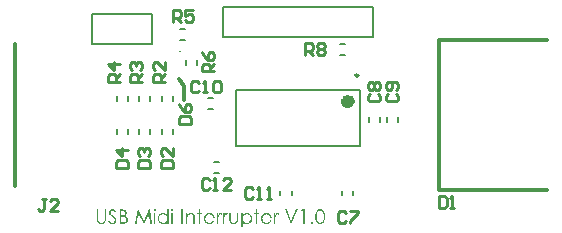
<source format=gto>
%FSTAX23Y23*%
%MOIN*%
%SFA1B1*%

%IPPOS*%
%ADD10C,0.003940*%
%ADD11C,0.023620*%
%ADD12C,0.009840*%
%ADD13C,0.011810*%
%ADD14C,0.007870*%
%ADD15C,0.010000*%
%LNmidi_stick-1*%
%LPD*%
G36*
X03352Y02622D02*
X03352Y02622D01*
X03353Y02622*
X03353Y02621*
X03354Y02621*
X03354Y02621*
X03354Y02621*
X03354Y0262*
X03355Y0262*
X03355Y0262*
X03355Y0262*
X03355Y02619*
X03355Y02619*
X03355Y02618*
Y02618*
Y02618*
X03355Y02617*
X03355Y02617*
X03355Y02617*
X03355Y02616*
X03355Y02616*
X03354Y02615*
X03354Y02615*
X03354Y02615*
X03354Y02615*
X03353Y02615*
X03353Y02615*
X03353Y02615*
X03352Y02614*
X03352Y02614*
X03351*
X03351Y02614*
X03351Y02615*
X0335Y02615*
X0335Y02615*
X03349Y02615*
X03349Y02615*
X03349Y02616*
X03349Y02616*
X03349Y02616*
X03348Y02616*
X03348Y02617*
X03348Y02617*
X03348Y02617*
X03348Y02618*
Y02618*
Y02618*
X03348Y02619*
X03348Y02619*
X03348Y02619*
X03348Y0262*
X03349Y0262*
X03349Y02621*
X03349Y02621*
X03349Y02621*
X03349Y02621*
X0335Y02621*
X0335Y02621*
X03351Y02622*
X03351Y02622*
X03352Y02622*
X03352*
X03352Y02622*
G37*
G36*
X03294D02*
X03294Y02622D01*
X03294Y02622*
X03295Y02621*
X03295Y02621*
X03296Y02621*
X03296Y02621*
X03296Y0262*
X03296Y0262*
X03296Y0262*
X03297Y0262*
X03297Y02619*
X03297Y02619*
X03297Y02618*
Y02618*
Y02618*
X03297Y02617*
X03297Y02617*
X03297Y02617*
X03296Y02616*
X03296Y02616*
X03296Y02615*
X03296Y02615*
X03296Y02615*
X03295Y02615*
X03295Y02615*
X03295Y02615*
X03294Y02615*
X03294Y02614*
X03293Y02614*
X03293*
X03293Y02614*
X03292Y02615*
X03292Y02615*
X03291Y02615*
X03291Y02615*
X0329Y02615*
X0329Y02616*
X0329Y02616*
X0329Y02616*
X0329Y02616*
X0329Y02617*
X0329Y02617*
X03289Y02617*
X03289Y02618*
Y02618*
Y02618*
X03289Y02619*
X0329Y02619*
X0329Y02619*
X0329Y0262*
X0329Y0262*
X0329Y02621*
X03291Y02621*
X03291Y02621*
X03291Y02621*
X03291Y02621*
X03292Y02621*
X03292Y02622*
X03293Y02622*
X03293Y02622*
X03293*
X03294Y02622*
G37*
G36*
X03153Y02621D02*
X03153Y02621D01*
X03154Y02621*
X03155Y0262*
X03156Y0262*
X03157Y0262*
X03158Y02619*
X03158*
X03158Y02619*
X03159Y02619*
X03159Y02619*
X03159Y02618*
X0316Y02618*
X03161Y02617*
X03161Y02617*
X03162Y02617*
X03162Y02616*
X03163Y02615*
X03163Y02615*
X03164Y02614*
X03165Y02613*
X03161Y0261*
X03161Y0261*
X03161Y0261*
X0316Y02611*
X0316Y02611*
X0316Y02611*
X03159Y02612*
X03158Y02613*
X03158Y02614*
X03157Y02614*
X03157Y02615*
X03156Y02615*
X03156Y02615*
X03156Y02615*
X03155Y02615*
X03155Y02615*
X03154Y02616*
X03154Y02616*
X03153Y02616*
X03152Y02616*
X03152*
X03151Y02616*
X0315Y02616*
X0315Y02616*
X03149Y02615*
X03148Y02615*
X03147Y02614*
X03147Y02614*
X03147Y02614*
X03147Y02614*
X03147Y02613*
X03146Y02612*
X03146Y02612*
X03146Y02611*
X03146Y0261*
Y0261*
Y0261*
X03146Y02609*
Y02609*
X03146Y02609*
X03146Y02608*
X03146Y02607*
X03146Y02607*
X03146Y02607*
X03146Y02607*
X03146Y02606*
X03147Y02606*
X03147Y02606*
X03147Y02605*
X03148Y02604*
X03149Y02604*
X03149Y02604*
X03149Y02604*
X03149Y02603*
X03149Y02603*
X0315Y02603*
X0315Y02603*
X0315Y02602*
X03151Y02602*
X03151Y02601*
X03152Y02601*
X03153Y026*
X03154Y026*
X03155Y02599*
X03155Y02599*
X03155Y02599*
X03155Y02599*
X03156Y02598*
X03156Y02598*
X03157Y02597*
X03157Y02597*
X03158Y02596*
X03159Y02595*
X03161Y02594*
X03161Y02593*
X03162Y02592*
X03163Y02592*
X03163Y02591*
X03163Y02591*
X03163Y02591*
X03163Y02591*
X03163Y0259*
X03164Y0259*
X03164Y0259*
X03164Y02589*
X03165Y02588*
X03165Y02586*
X03165Y02585*
X03165Y02584*
Y02584*
Y02584*
Y02583*
X03165Y02583*
X03165Y02583*
X03165Y02582*
X03165Y02581*
X03165Y02581*
X03165Y0258*
X03164Y02579*
X03164Y02579*
X03164Y02578*
X03163Y02577*
X03163Y02576*
X03162Y02576*
X03161Y02575*
X03161Y02575*
X03161Y02575*
X03161Y02575*
X03161Y02574*
X0316Y02574*
X0316Y02574*
X03159Y02573*
X03159Y02573*
X03158Y02573*
X03157Y02572*
X03157Y02572*
X03156Y02572*
X03155Y02571*
X03154Y02571*
X03153Y02571*
X03152Y02571*
X03151*
X03151Y02571*
X03151*
X0315Y02571*
X0315Y02571*
X03149Y02571*
X03148Y02572*
X03147Y02572*
X03145Y02573*
X03144Y02573*
X03144Y02573*
X03144Y02574*
X03144Y02574*
X03144Y02574*
X03143Y02574*
X03143Y02574*
X03142Y02575*
X03142Y02575*
X03141Y02576*
X03141Y02576*
X0314Y02577*
X0314Y02578*
X03139Y02578*
X03139Y02579*
X03138Y0258*
X03138Y02581*
X03142Y02584*
X03142Y02583*
X03142Y02583*
X03142Y02583*
X03142Y02582*
X03143Y02582*
X03143Y02581*
X03144Y0258*
X03144Y0258*
X03145Y02579*
X03146Y02578*
X03147Y02578*
X03148Y02577*
X03149Y02576*
X03149Y02576*
X0315Y02576*
X03151Y02576*
X03152*
X03152Y02576*
X03153Y02576*
X03154Y02576*
X03154Y02576*
X03155Y02576*
X03156Y02577*
X03156Y02577*
X03156Y02577*
X03157Y02577*
X03157Y02578*
X03158Y02578*
X03158Y02579*
X03159Y02579*
X03159Y0258*
X03159Y0258*
X03159Y0258*
X0316Y0258*
X0316Y02581*
X0316Y02582*
X0316Y02582*
X0316Y02583*
X0316Y02584*
Y02584*
Y02584*
Y02584*
X0316Y02585*
X0316Y02585*
X0316Y02586*
X0316Y02587*
X03159Y02588*
X03159Y02588*
Y02588*
X03159Y02589*
X03158Y02589*
X03158Y02589*
X03158Y02589*
X03158Y0259*
X03157Y0259*
X03157Y02591*
X03156Y02591*
X03156Y02592*
X03155Y02592*
X03154Y02593*
X03153Y02594*
X03153Y02594*
X03152Y02595*
X03151Y02596*
X0315Y02596*
X0315Y02596*
X0315Y02596*
X0315Y02597*
X03149Y02597*
X03149Y02598*
X03147Y02599*
X03146Y026*
X03145Y02601*
X03144Y02601*
X03144Y02602*
X03143Y02602*
X03143Y02603*
Y02603*
X03143Y02603*
X03143Y02603*
X03143Y02603*
X03143Y02603*
X03142Y02604*
X03142Y02605*
X03141Y02606*
X03141Y02607*
X03141Y02608*
X03141Y02609*
X03141Y0261*
Y0261*
Y0261*
Y0261*
Y0261*
X03141Y02611*
X03141Y02612*
X03141Y02613*
X03141Y02613*
X03142Y02614*
X03142Y02615*
Y02615*
X03142Y02616*
X03142Y02616*
X03143Y02616*
X03143Y02617*
X03144Y02618*
X03144Y02618*
X03145Y02619*
X03146Y02619*
X03146*
X03146Y0262*
X03147Y0262*
X03147Y0262*
X03147Y0262*
X03148Y0262*
X03149Y0262*
X0315Y02621*
X03151Y02621*
X03152Y02621*
X03153*
X03153Y02621*
G37*
G36*
X03705Y02608D02*
X03705Y02608D01*
X03706Y02608*
X03707Y02608*
X03707Y02607*
X03708Y02607*
X03706Y02603*
X03706Y02603*
X03706Y02603*
X03705Y02603*
X03705Y02604*
X03704Y02604*
X03704Y02604*
X03703*
X03703Y02604*
X03702Y02604*
X03701Y02603*
X03701Y02603*
X037Y02603*
X03699Y02602*
X03699Y02602*
X03699Y02602*
X03698Y02601*
X03698Y02601*
X03697Y026*
X03697Y02599*
X03696Y02598*
X03696Y02596*
Y02596*
X03696Y02596*
Y02596*
X03696Y02596*
X03696Y02595*
X03696Y02595*
X03696Y02594*
X03695Y02594*
X03695Y02593*
X03695Y02592*
X03695Y02591*
X03695Y0259*
X03695Y02589*
Y02587*
X03695Y02586*
Y02584*
Y02572*
X0369*
Y02607*
X03695*
Y02602*
X03695Y02602*
X03695Y02603*
X03695Y02603*
X03696Y02603*
X03696Y02604*
X03697Y02605*
X03698Y02605*
X03699Y02606*
X03699Y02607*
X03699Y02607*
X037Y02607*
X037Y02607*
X03701Y02607*
X03702Y02608*
X03702Y02608*
X03703Y02608*
X03704Y02608*
X03704*
X03705Y02608*
G37*
G36*
X03535D02*
X03535Y02608D01*
X03536Y02608*
X03536Y02608*
X03537Y02607*
X03538Y02607*
X03535Y02603*
X03535Y02603*
X03535Y02603*
X03535Y02603*
X03535Y02604*
X03534Y02604*
X03533Y02604*
X03533*
X03532Y02604*
X03532Y02604*
X03531Y02603*
X0353Y02603*
X03529Y02603*
X03529Y02602*
X03529Y02602*
X03528Y02602*
X03528Y02601*
X03528Y02601*
X03527Y026*
X03526Y02599*
X03526Y02598*
X03525Y02596*
Y02596*
X03525Y02596*
Y02596*
X03525Y02596*
X03525Y02595*
X03525Y02595*
X03525Y02594*
X03525Y02594*
X03525Y02593*
X03525Y02592*
X03525Y02591*
X03525Y0259*
X03525Y02589*
Y02587*
X03525Y02586*
Y02584*
Y02572*
X0352*
Y02607*
X03525*
Y02602*
X03525Y02602*
X03525Y02603*
X03525Y02603*
X03525Y02603*
X03526Y02604*
X03527Y02605*
X03527Y02605*
X03528Y02606*
X03529Y02607*
X03529Y02607*
X03529Y02607*
X0353Y02607*
X0353Y02607*
X03531Y02608*
X03532Y02608*
X03533Y02608*
X03534Y02608*
X03534*
X03535Y02608*
G37*
G36*
X03515D02*
X03515Y02608D01*
X03516Y02608*
X03516Y02608*
X03517Y02607*
X03518Y02607*
X03516Y02603*
X03516Y02603*
X03515Y02603*
X03515Y02603*
X03515Y02604*
X03514Y02604*
X03514Y02604*
X03513*
X03512Y02604*
X03512Y02604*
X03511Y02603*
X0351Y02603*
X0351Y02603*
X03509Y02602*
X03509Y02602*
X03508Y02602*
X03508Y02601*
X03508Y02601*
X03507Y026*
X03507Y02599*
X03506Y02598*
X03506Y02596*
Y02596*
X03506Y02596*
Y02596*
X03506Y02596*
X03505Y02595*
X03505Y02595*
X03505Y02594*
X03505Y02594*
X03505Y02593*
X03505Y02592*
X03505Y02591*
X03505Y0259*
X03505Y02589*
Y02587*
X03505Y02586*
Y02584*
Y02572*
X035*
Y02607*
X03505*
Y02602*
X03505Y02602*
X03505Y02603*
X03505Y02603*
X03506Y02603*
X03506Y02604*
X03507Y02605*
X03507Y02605*
X03508Y02606*
X03509Y02607*
X03509Y02607*
X03509Y02607*
X0351Y02607*
X03511Y02607*
X03511Y02608*
X03512Y02608*
X03513Y02608*
X03514Y02608*
X03514*
X03515Y02608*
G37*
G36*
X03415D02*
X03415D01*
X03415Y02608*
X03416Y02608*
X03417Y02608*
X03419Y02607*
X0342Y02607*
X03421Y02606*
X03421*
X03421Y02606*
X03421Y02606*
X03421Y02606*
X03422Y02605*
X03423Y02605*
X03423Y02604*
X03424Y02603*
X03425Y02602*
X03425Y02601*
Y02601*
X03426Y02601*
X03426Y02601*
X03426Y026*
X03426Y026*
X03426Y02599*
X03426Y02599*
X03426Y02598*
X03426Y02598*
X03426Y02597*
X03427Y02596*
X03427Y02595*
X03427Y02594*
X03427Y02593*
X03427Y02592*
Y0259*
Y02572*
X03422*
Y02589*
Y02589*
Y02589*
Y0259*
Y0259*
Y02591*
Y02591*
X03422Y02592*
X03422Y02594*
X03422Y02595*
X03422Y02596*
X03422Y02596*
X03422Y02597*
X03422Y02597*
Y02597*
X03422Y02597*
X03422Y02597*
X03422Y02598*
X03422Y02598*
X03421Y02599*
X03421Y026*
X0342Y02601*
X0342Y02602*
X03419Y02602*
X03419Y02602*
X03419Y02603*
X03418Y02603*
X03417Y02603*
X03417Y02604*
X03416Y02604*
X03414Y02604*
X03413Y02604*
X03413*
X03412Y02604*
X03412*
X03412Y02604*
X03411Y02604*
X0341Y02603*
X03408Y02603*
X03408Y02603*
X03407Y02602*
X03406Y02602*
X03406Y02601*
X03406Y02601*
X03406Y02601*
X03405Y02601*
X03405Y02601*
X03405Y02601*
X03405Y026*
X03404Y026*
X03403Y02599*
X03403Y02597*
X03402Y02596*
X03401Y02595*
Y02595*
Y02595*
X03401Y02594*
X03401Y02594*
X03401Y02594*
Y02593*
X03401Y02593*
X03401Y02593*
X03401Y02592*
X03401Y02591*
X03401Y0259*
X03401Y0259*
X03401Y02589*
Y02588*
X03401Y02586*
Y02585*
Y02572*
X03396*
Y02607*
X03401*
Y02601*
X03401Y02601*
X03401Y02601*
X03401Y02601*
X03401Y02602*
X03402Y02602*
X03403Y02603*
X03404Y02604*
X03405Y02605*
X03406Y02606*
X03407Y02606*
X03407*
X03407Y02607*
X03407Y02607*
X03407Y02607*
X03408Y02607*
X03408Y02607*
X03409Y02607*
X0341Y02608*
X03411Y02608*
X03413Y02608*
X03414Y02608*
X03414*
X03415Y02608*
G37*
G36*
X03601D02*
X03601Y02608D01*
X03602Y02608*
X03603Y02608*
X03604Y02608*
X03605Y02608*
X03606Y02607*
X03607Y02607*
X03608Y02607*
X03609Y02606*
X0361Y02605*
X03611Y02605*
X03612Y02604*
X03613Y02603*
X03613Y02603*
X03613Y02603*
X03614Y02602*
X03614Y02602*
X03614Y02601*
X03615Y02601*
X03615Y026*
X03616Y02599*
X03616Y02598*
X03617Y02597*
X03617Y02596*
X03618Y02595*
X03618Y02594*
X03618Y02593*
X03618Y02591*
X03618Y0259*
Y0259*
Y0259*
X03618Y02589*
Y02589*
X03618Y02588*
X03618Y02587*
X03618Y02586*
X03618Y02585*
X03617Y02584*
X03617Y02583*
X03617Y02582*
X03616Y02581*
X03616Y0258*
X03615Y02579*
X03614Y02578*
X03613Y02577*
X03613Y02577*
X03613Y02577*
X03613Y02576*
X03612Y02576*
X03612Y02576*
X03611Y02575*
X0361Y02575*
X0361Y02574*
X03609Y02574*
X03608Y02573*
X03607Y02573*
X03606Y02572*
X03604Y02572*
X03603Y02572*
X03602Y02572*
X036Y02571*
X036*
X036Y02572*
X03599*
X03599Y02572*
X03598Y02572*
X03598Y02572*
X03597Y02572*
X03595Y02572*
X03594Y02573*
X03593Y02573*
X03593*
X03592Y02573*
X03592Y02573*
X03592Y02573*
X03592Y02574*
X03591Y02574*
X03591Y02574*
X0359Y02575*
X03589Y02576*
X03587Y02577*
X03586Y02578*
Y0256*
X03582*
Y02607*
X03586*
Y02601*
X03586Y02601*
X03586Y02601*
X03587Y02601*
X03587Y02601*
X03587Y02602*
X03588Y02603*
X03589Y02604*
X0359Y02605*
X03591Y02606*
X03592Y02606*
X03593*
X03593Y02606*
X03593Y02607*
X03593Y02607*
X03593Y02607*
X03594Y02607*
X03594Y02607*
X03595Y02607*
X03596Y02608*
X03597Y02608*
X03599Y02608*
X036Y02608*
X03601*
X03601Y02608*
G37*
G36*
X0334Y02572D02*
X03335D01*
Y02578*
X03335Y02578*
X03335Y02578*
X03335Y02578*
X03335Y02578*
X03334Y02577*
X03333Y02576*
X03332Y02576*
X03331Y02575*
X0333Y02574*
X03329Y02573*
X03329*
X03329Y02573*
X03328Y02573*
X03328Y02573*
X03328Y02573*
X03328Y02573*
X03327Y02572*
X03327Y02572*
X03325Y02572*
X03324Y02572*
X03323Y02572*
X03321Y02571*
X03321*
X0332Y02572*
X0332Y02572*
X03319Y02572*
X03319Y02572*
X03318Y02572*
X03317Y02572*
X03316Y02572*
X03315Y02573*
X03314Y02573*
X03313Y02574*
X03312Y02574*
X03311Y02575*
X03309Y02576*
X03308Y02577*
X03308Y02577*
X03308Y02577*
X03308Y02577*
X03308Y02578*
X03307Y02578*
X03307Y02579*
X03306Y0258*
X03306Y0258*
X03305Y02581*
X03305Y02582*
X03304Y02583*
X03304Y02585*
X03304Y02586*
X03303Y02587*
X03303Y02588*
X03303Y0259*
Y0259*
Y0259*
X03303Y02591*
X03303Y02591*
X03303Y02592*
X03303Y02593*
X03304Y02593*
X03304Y02594*
X03304Y02595*
X03305Y02596*
X03305Y02598*
X03305Y02599*
X03306Y026*
X03307Y02601*
X03308Y02602*
X03309Y02603*
X03309Y02603*
X03309Y02603*
X03309Y02603*
X03309Y02604*
X0331Y02604*
X03311Y02605*
X03311Y02605*
X03312Y02606*
X03313Y02606*
X03314Y02607*
X03315Y02607*
X03316Y02607*
X03317Y02608*
X03319Y02608*
X0332Y02608*
X03321Y02608*
X03322*
X03322Y02608*
X03323Y02608*
X03323Y02608*
X03324Y02608*
X03325Y02608*
X03326Y02607*
X03328Y02607*
X03329Y02606*
X03329*
X03329Y02606*
X03329Y02606*
X0333Y02606*
X0333Y02606*
X0333Y02606*
X03331Y02605*
X03332Y02604*
X03333Y02603*
X03334Y02602*
X03335Y02601*
Y02621*
X0334*
Y02572*
G37*
G36*
X03749D02*
X03748D01*
X03727Y0262*
X03733*
X03748Y02583*
X03764Y0262*
X0377*
X03749Y02572*
G37*
G36*
X03283D02*
X03278D01*
X03274Y02606*
X03257Y02572*
X03256*
X03239Y02607*
X03234Y02572*
X03229*
X03236Y0262*
X03237*
X03256Y02581*
X03275Y0262*
X03276*
X03283Y02572*
G37*
G36*
X03572Y0259D02*
Y0259D01*
Y0259*
Y02589*
Y02589*
X03572Y02588*
X03572Y02588*
X03572Y02587*
X03572Y02586*
X03571Y02584*
X03571Y02583*
X03571Y02581*
X0357Y0258*
X0357Y02579*
Y02579*
X0357Y02579*
X0357Y02579*
X0357Y02579*
X0357Y02578*
X03569Y02578*
X03569Y02577*
X03568Y02576*
X03567Y02575*
X03566Y02574*
X03565Y02574*
X03565*
X03565Y02573*
X03565Y02573*
X03564Y02573*
X03564Y02573*
X03564Y02573*
X03563Y02573*
X03563Y02572*
X03562Y02572*
X03561Y02572*
X03561Y02572*
X0356Y02572*
X03558Y02572*
X03556Y02571*
X03556*
X03556Y02572*
X03555*
X03555Y02572*
X03554Y02572*
X03553Y02572*
X03552Y02572*
X03551Y02572*
X03549Y02573*
X03548Y02574*
X03548*
X03548Y02574*
X03547Y02574*
X03547Y02574*
X03547Y02574*
X03546Y02575*
X03545Y02576*
X03544Y02577*
X03543Y02578*
X03543Y02579*
Y02579*
X03543Y02579*
X03543Y0258*
X03542Y0258*
X03542Y0258*
X03542Y02581*
X03542Y02581*
X03542Y02582*
X03542Y02583*
X03542Y02584*
X03541Y02585*
X03541Y02586*
X03541Y02587*
X03541Y02588*
X03541Y02589*
Y02591*
Y02607*
X03546*
Y02591*
Y02591*
Y02591*
Y0259*
Y0259*
Y0259*
X03546Y02589*
Y02588*
Y02588*
X03546Y02586*
X03546Y02585*
X03546Y02584*
X03546Y02584*
X03546Y02583*
X03546Y02583*
Y02583*
X03546Y02583*
X03546Y02582*
X03546Y02582*
X03547Y02582*
X03547Y02581*
X03548Y0258*
X03548Y02579*
X03549Y02578*
X0355Y02578*
X0355*
X0355Y02578*
X0355Y02578*
X0355Y02577*
X03551Y02577*
X03552Y02577*
X03553Y02576*
X03554Y02576*
X03555Y02576*
X03556Y02576*
X03557*
X03557Y02576*
X03557*
X03558Y02576*
X03559Y02576*
X0356Y02576*
X03561Y02577*
X03562Y02577*
X03563Y02578*
X03563*
X03563Y02578*
X03563Y02578*
X03564Y02578*
X03564Y02579*
X03565Y0258*
X03565Y0258*
X03566Y02581*
X03566Y02582*
X03566Y02582*
Y02583*
X03567Y02583*
X03567Y02583*
X03567Y02583*
X03567Y02584*
X03567Y02584*
X03567Y02585*
X03567Y02585*
X03567Y02586*
X03567Y02587*
X03567Y02588*
Y02589*
X03567Y0259*
Y02591*
Y02607*
X03572*
Y0259*
G37*
G36*
X03131Y02591D02*
Y02591D01*
Y02591*
Y0259*
Y0259*
X03131Y02589*
Y02589*
X03131Y02588*
X03131Y02587*
X03131Y02586*
X0313Y02584*
X0313Y02582*
X0313Y02582*
X0313Y02581*
Y02581*
X0313Y02581*
X03129Y0258*
X03129Y0258*
X03129Y0258*
X03129Y02579*
X03129Y02579*
X03128Y02577*
X03127Y02576*
X03126Y02575*
X03125Y02575*
X03125Y02574*
X03125Y02574*
X03125Y02574*
X03124Y02574*
X03124Y02574*
X03124Y02573*
X03123Y02573*
X03123Y02573*
X03122Y02573*
X03122Y02572*
X03121Y02572*
X0312Y02572*
X03119Y02572*
X03118Y02571*
X03117Y02571*
X03116Y02571*
X03115*
X03115Y02571*
X03114Y02571*
X03114Y02571*
X03113Y02571*
X03112Y02571*
X03111Y02572*
X03109Y02572*
X03108Y02573*
X03107Y02573*
X03107Y02573*
X03106Y02574*
X03106Y02574*
X03106Y02574*
X03105Y02574*
X03105Y02574*
X03105Y02575*
X03104Y02575*
X03104Y02575*
X03104Y02576*
X03103Y02577*
X03102Y02578*
X03101Y02579*
X03101Y0258*
X031Y02581*
Y02581*
X031Y02581*
Y02581*
X031Y02582*
X031Y02582*
X031Y02582*
X031Y02583*
X031Y02583*
X031Y02584*
X031Y02585*
X031Y02586*
X031Y02586*
X031Y02587*
Y02589*
X031Y0259*
Y02591*
Y0262*
X03104*
Y02591*
Y02591*
Y02591*
Y02591*
Y0259*
Y0259*
Y02589*
Y02588*
X03104Y02587*
Y02586*
X03104Y02586*
Y02585*
X03104Y02585*
Y02585*
Y02585*
Y02585*
X03104Y02584*
X03105Y02584*
X03105Y02583*
X03105Y02582*
X03105Y02582*
X03106Y02581*
X03106Y0258*
X03106Y0258*
X03106Y0258*
X03107Y02579*
X03107Y02579*
X03108Y02578*
X03108Y02578*
X03109Y02577*
X0311Y02577*
X0311*
X0311Y02577*
X0311Y02577*
X0311Y02577*
X03111Y02577*
X03112Y02576*
X03112Y02576*
X03113Y02576*
X03114Y02576*
X03115Y02576*
X03116*
X03116Y02576*
X03117Y02576*
X03118Y02576*
X03118Y02576*
X03119Y02576*
X0312Y02577*
X0312Y02577*
X0312Y02577*
X03121Y02577*
X03121Y02577*
X03122Y02578*
X03122Y02578*
X03123Y02579*
X03123Y02579*
X03124Y02579*
X03124Y0258*
X03124Y0258*
X03124Y02581*
X03125Y02581*
X03125Y02582*
X03125Y02583*
X03126Y02584*
Y02584*
X03126Y02584*
X03126Y02584*
X03126Y02585*
X03126Y02585*
X03126Y02585*
Y02586*
X03126Y02586*
X03126Y02587*
X03126Y02588*
Y02588*
X03126Y02589*
Y0259*
Y02591*
Y0262*
X03131*
Y02591*
G37*
G36*
X03793Y02572D02*
X03788D01*
Y02615*
X03781*
X03784Y0262*
X03793*
Y02572*
G37*
G36*
X03635Y02607D02*
X03642D01*
Y02604*
X03635*
Y02572*
X03631*
Y02604*
X03625*
Y02607*
X03631*
Y0262*
X03635*
Y02607*
G37*
G36*
X03445D02*
X03452D01*
Y02604*
X03445*
Y02572*
X03441*
Y02604*
X03434*
Y02607*
X03441*
Y0262*
X03445*
Y02607*
G37*
G36*
X03386Y02572D02*
X03382D01*
Y0262*
X03386*
Y02572*
G37*
G36*
X03354D02*
X03349D01*
Y02607*
X03354*
Y02572*
G37*
G36*
X03295D02*
X03291D01*
Y02607*
X03295*
Y02572*
G37*
G36*
X03186Y0262D02*
X03187D01*
X03187Y0262*
X03188Y0262*
X03189Y02619*
X03191Y02619*
X03192Y02619*
X03193Y02619*
X03194Y02618*
X03194*
X03194Y02618*
X03194Y02618*
X03194Y02618*
X03195Y02618*
X03195Y02617*
X03196Y02617*
X03197Y02616*
X03198Y02615*
X03198Y02614*
Y02614*
X03198Y02614*
X03198Y02614*
X03199Y02614*
X03199Y02613*
X03199Y02612*
X032Y02612*
X032Y02611*
X032Y02609*
X032Y02608*
Y02608*
Y02608*
Y02608*
Y02608*
X032Y02607*
X032Y02606*
X032Y02605*
X03199Y02604*
X03199Y02603*
X03199Y02602*
Y02602*
X03198Y02602*
X03198Y02602*
X03198Y02601*
X03197Y02601*
X03197Y026*
X03196Y02599*
X03195Y02599*
X03194Y02598*
X03194*
X03194Y02598*
X03194Y02598*
X03195Y02598*
X03195Y02598*
X03195Y02598*
X03196Y02597*
X03197Y02597*
X03198Y02596*
X03199Y02596*
X032Y02595*
X032Y02595*
X032Y02595*
X032Y02595*
X03201Y02594*
X03201Y02593*
X03202Y02593*
X03202Y02592*
X03203Y02591*
X03203Y02591*
X03203Y02591*
X03203Y0259*
X03203Y0259*
X03204Y02589*
X03204Y02588*
X03204Y02587*
X03204Y02586*
Y02586*
Y02586*
Y02585*
X03204Y02585*
X03204Y02584*
X03204Y02584*
X03204Y02583*
X03203Y02583*
X03203Y02582*
X03203Y02581*
X03203Y0258*
X03202Y02579*
X03202Y02579*
X03201Y02578*
X03201Y02577*
X032Y02576*
X032Y02576*
X032Y02576*
X03199Y02576*
X03199Y02576*
X03199Y02575*
X03198Y02575*
X03197Y02575*
X03197Y02574*
X03196Y02574*
X03195Y02574*
X03194Y02573*
X03193Y02573*
X03192Y02573*
X03191Y02572*
X0319Y02572*
X03189Y02572*
X03176*
Y0262*
X03186*
X03186Y0262*
G37*
G36*
X03819Y02579D02*
X03819Y02579D01*
X0382Y02579*
X0382Y02579*
X0382Y02579*
X03821Y02578*
X03821Y02578*
X03821Y02578*
X03821Y02578*
X03822Y02577*
X03822Y02577*
X03822Y02577*
X03822Y02576*
X03822Y02575*
Y02575*
Y02575*
X03822Y02575*
X03822Y02574*
X03822Y02574*
X03822Y02574*
X03821Y02573*
X03821Y02573*
X03821Y02573*
X03821Y02572*
X0382Y02572*
X0382Y02572*
X0382Y02572*
X03819Y02572*
X03819Y02572*
X03818Y02571*
X03818*
X03818Y02572*
X03817Y02572*
X03817Y02572*
X03816Y02572*
X03816Y02572*
X03815Y02573*
X03815Y02573*
X03815Y02573*
X03815Y02573*
X03815Y02573*
X03815Y02574*
X03814Y02574*
X03814Y02575*
X03814Y02575*
Y02576*
Y02576*
X03814Y02576*
X03814Y02576*
X03814Y02577*
X03815Y02577*
X03815Y02578*
X03815Y02578*
X03815Y02578*
X03816Y02578*
X03816Y02579*
X03816Y02579*
X03817Y02579*
X03817Y02579*
X03818Y02579*
X03818Y02579*
X03818*
X03819Y02579*
G37*
G36*
X03666Y02608D02*
X03667Y02608D01*
X03668Y02608*
X03669Y02608*
X0367Y02608*
X03671Y02607*
X03672Y02607*
X03673Y02607*
X03674Y02606*
X03675Y02605*
X03677Y02605*
X03678Y02604*
X03679Y02603*
X0368Y02601*
X0368Y02601*
X0368Y02601*
X0368Y02601*
X0368Y02601*
X03681Y026*
X03681Y026*
X03681Y02599*
X03682Y02598*
X03682Y02597*
X03682Y02596*
X03683Y02595*
X03683Y02594*
X03683Y02593*
X03684Y02592*
X03684Y02591*
X03684Y0259*
X03652*
Y02589*
Y02589*
X03652Y02589*
Y02588*
X03652Y02588*
X03652Y02587*
X03653Y02587*
X03653Y02586*
X03653Y02584*
X03653Y02584*
X03654Y02583*
X03654Y02582*
X03655Y02581*
X03655Y0258*
X03656Y02579*
X03656Y02579*
X03656Y02579*
X03656Y02579*
X03657Y02579*
X03657Y02579*
X03658Y02578*
X03658Y02578*
X03659Y02578*
X03659Y02577*
X0366Y02577*
X03661Y02576*
X03662Y02576*
X03662Y02576*
X03663Y02576*
X03664Y02576*
X03665Y02576*
X03666*
X03666Y02576*
X03667Y02576*
X03668Y02576*
X03669Y02576*
X0367Y02576*
X03671Y02577*
X03671*
X03671Y02577*
X03671Y02577*
X03672Y02577*
X03672Y02577*
X03673Y02578*
X03674Y02578*
X03674Y02578*
X03675Y02579*
X03675Y02579*
X03675Y02579*
X03676Y0258*
X03676Y0258*
X03677Y02581*
X03677Y02582*
X03678Y02583*
X03679Y02584*
X03683Y02582*
Y02582*
X03683Y02582*
X03682Y02582*
X03682Y02581*
X03682Y02581*
X03682Y02581*
X03681Y0258*
X03681Y02579*
X0368Y02578*
X03679Y02577*
X03678Y02576*
X03678Y02576*
X03678Y02576*
X03677Y02575*
X03677Y02575*
X03676Y02574*
X03675Y02574*
X03674Y02573*
X03673Y02573*
X03673*
X03673Y02573*
X03672Y02572*
X03672Y02572*
X03672Y02572*
X03672Y02572*
X03671Y02572*
X0367Y02572*
X03669Y02572*
X03667Y02572*
X03666Y02571*
X03665*
X03665Y02572*
X03664Y02572*
X03664Y02572*
X03663Y02572*
X03662Y02572*
X03661Y02572*
X0366Y02572*
X03659Y02573*
X03658Y02573*
X03656Y02574*
X03655Y02574*
X03654Y02575*
X03653Y02576*
X03652Y02577*
X03652Y02577*
X03652Y02577*
X03652Y02578*
X03652Y02578*
X03651Y02579*
X03651Y02579*
X0365Y0258*
X0365Y02581*
X03649Y02582*
X03649Y02583*
X03649Y02584*
X03648Y02585*
X03648Y02586*
X03648Y02587*
X03648Y02588*
X03648Y0259*
Y0259*
Y0259*
X03648Y0259*
Y02591*
X03648Y02591*
X03648Y02592*
X03648Y02593*
X03648Y02594*
X03648Y02595*
X03649Y02596*
X03649Y02597*
X03649Y02598*
X0365Y02599*
X0365Y026*
X03651Y02601*
X03652Y02602*
X03652Y02602*
X03652Y02602*
X03652Y02602*
X03653Y02603*
X03653Y02603*
X03654Y02604*
X03654Y02604*
X03655Y02605*
X03656Y02606*
X03657Y02606*
X03658Y02607*
X0366Y02607*
X03661Y02608*
X03662Y02608*
X03664Y02608*
X03666Y02608*
X03666*
X03666Y02608*
G37*
G36*
X03476D02*
X03477Y02608D01*
X03478Y02608*
X03478Y02608*
X03479Y02608*
X0348Y02607*
X03482Y02607*
X03483Y02607*
X03484Y02606*
X03485Y02605*
X03486Y02605*
X03487Y02604*
X03489Y02603*
X0349Y02601*
X0349Y02601*
X0349Y02601*
X0349Y02601*
X0349Y02601*
X0349Y026*
X03491Y026*
X03491Y02599*
X03492Y02598*
X03492Y02597*
X03492Y02596*
X03493Y02595*
X03493Y02594*
X03493Y02593*
X03493Y02592*
X03493Y02591*
X03494Y0259*
X03462*
Y02589*
Y02589*
X03462Y02589*
Y02588*
X03462Y02588*
X03462Y02587*
X03462Y02587*
X03462Y02586*
X03463Y02584*
X03463Y02584*
X03464Y02583*
X03464Y02582*
X03465Y02581*
X03465Y0258*
X03466Y02579*
X03466Y02579*
X03466Y02579*
X03466Y02579*
X03467Y02579*
X03467Y02579*
X03467Y02578*
X03468Y02578*
X03468Y02578*
X03469Y02577*
X0347Y02577*
X03471Y02576*
X03471Y02576*
X03472Y02576*
X03473Y02576*
X03474Y02576*
X03475Y02576*
X03476*
X03476Y02576*
X03477Y02576*
X03478Y02576*
X03479Y02576*
X03479Y02576*
X0348Y02577*
X0348*
X03481Y02577*
X03481Y02577*
X03481Y02577*
X03482Y02577*
X03483Y02578*
X03483Y02578*
X03484Y02578*
X03485Y02579*
X03485Y02579*
X03485Y02579*
X03485Y0258*
X03486Y0258*
X03486Y02581*
X03487Y02582*
X03488Y02583*
X03489Y02584*
X03492Y02582*
Y02582*
X03492Y02582*
X03492Y02582*
X03492Y02581*
X03492Y02581*
X03492Y02581*
X03491Y0258*
X0349Y02579*
X0349Y02578*
X03489Y02577*
X03488Y02576*
X03488Y02576*
X03488Y02576*
X03487Y02575*
X03486Y02575*
X03486Y02574*
X03485Y02574*
X03484Y02573*
X03483Y02573*
X03482*
X03482Y02573*
X03482Y02572*
X03482Y02572*
X03482Y02572*
X03481Y02572*
X03481Y02572*
X03479Y02572*
X03478Y02572*
X03477Y02572*
X03476Y02571*
X03475*
X03475Y02572*
X03474Y02572*
X03473Y02572*
X03473Y02572*
X03472Y02572*
X03471Y02572*
X0347Y02572*
X03468Y02573*
X03467Y02573*
X03466Y02574*
X03465Y02574*
X03464Y02575*
X03463Y02576*
X03462Y02577*
X03462Y02577*
X03462Y02577*
X03462Y02578*
X03461Y02578*
X03461Y02579*
X03461Y02579*
X0346Y0258*
X0346Y02581*
X03459Y02582*
X03459Y02583*
X03458Y02584*
X03458Y02585*
X03458Y02586*
X03458Y02587*
X03457Y02588*
X03457Y0259*
Y0259*
Y0259*
X03457Y0259*
Y02591*
X03457Y02591*
X03458Y02592*
X03458Y02593*
X03458Y02594*
X03458Y02595*
X03458Y02596*
X03459Y02597*
X03459Y02598*
X03459Y02599*
X0346Y026*
X03461Y02601*
X03461Y02602*
X03461Y02602*
X03462Y02602*
X03462Y02602*
X03462Y02603*
X03463Y02603*
X03464Y02604*
X03464Y02604*
X03465Y02605*
X03466Y02606*
X03467Y02606*
X03468Y02607*
X03469Y02607*
X03471Y02608*
X03472Y02608*
X03474Y02608*
X03475Y02608*
X03476*
X03476Y02608*
G37*
G36*
X03845Y02621D02*
X03846D01*
X03846Y02621*
X03847Y02621*
X03847Y02621*
X03849Y0262*
X0385Y0262*
X03851Y0262*
X03851Y02619*
X03852Y02619*
X03853Y02618*
X03853Y02618*
X03853Y02618*
X03853Y02618*
X03853Y02618*
X03854Y02617*
X03854Y02617*
X03855Y02617*
X03855Y02616*
X03855Y02616*
X03856Y02615*
X03856Y02614*
X03857Y02614*
X03857Y02613*
X03858Y02612*
X03858Y02611*
X03859Y0261*
Y0261*
X03859Y0261*
X03859Y0261*
X03859Y02609*
X03859Y02609*
X03859Y02608*
X0386Y02607*
X0386Y02606*
X0386Y02605*
X0386Y02604*
X0386Y02603*
X03861Y02602*
X03861Y02601*
X03861Y02599*
X03861Y02598*
Y02596*
Y02596*
Y02596*
Y02595*
X03861Y02595*
Y02594*
X03861Y02593*
X03861Y02592*
X03861Y02591*
X03861Y0259*
X0386Y02589*
X0386Y02586*
X03859Y02584*
X03859Y02583*
X03859Y02582*
Y02582*
X03859Y02582*
X03859Y02581*
X03858Y02581*
X03858Y0258*
X03858Y0258*
X03857Y02579*
X03856Y02578*
X03855Y02576*
X03854Y02575*
X03854Y02574*
X03853Y02574*
X03853Y02574*
X03853Y02574*
X03852Y02574*
X03852Y02573*
X03852Y02573*
X03851Y02573*
X03851Y02573*
X0385Y02572*
X03849Y02572*
X03848Y02572*
X03846Y02571*
X03845Y02571*
X03844Y02571*
X03844*
X03844Y02571*
X03843*
X03843Y02571*
X03842Y02571*
X03842Y02571*
X0384Y02572*
X03839Y02572*
X03838Y02573*
X03837Y02573*
X03836Y02574*
X03836Y02574*
X03836Y02574*
X03836Y02574*
X03836Y02574*
X03835Y02574*
X03835Y02575*
X03835Y02575*
X03834Y02576*
X03834Y02576*
X03833Y02577*
X03833Y02577*
X03832Y02578*
X03832Y02579*
X03831Y0258*
X03831Y02581*
X03831Y02582*
Y02582*
X0383Y02582*
X0383Y02582*
X0383Y02582*
X0383Y02583*
X0383Y02584*
X0383Y02584*
X0383Y02585*
X03829Y02586*
X03829Y02587*
X03829Y02588*
X03829Y0259*
X03829Y02591*
X03829Y02593*
X03829Y02594*
Y02596*
Y02596*
Y02596*
Y02596*
Y02597*
X03829Y02598*
Y02598*
X03829Y02599*
X03829Y026*
X03829Y02601*
X03829Y02602*
X03829Y02604*
X03829Y02606*
X0383Y02607*
X0383Y02608*
X0383Y0261*
X03831Y02611*
Y02611*
X03831Y02611*
X03831Y02611*
X03831Y02611*
X03831Y02612*
X03831Y02612*
X03832Y02613*
X03833Y02615*
X03834Y02616*
X03835Y02617*
X03836Y02618*
X03836Y02618*
X03836Y02618*
X03836Y02618*
X03837Y02619*
X03837Y02619*
X03837Y02619*
X03838Y02619*
X03838Y02619*
X03839Y0262*
X0384Y0262*
X03841Y0262*
X03843Y02621*
X03844Y02621*
X03844Y02621*
X03845*
X03845Y02621*
G37*
%LNmidi_stick-2*%
%LPC*%
G36*
X036Y02604D02*
X03599D01*
X03599Y02604*
X03598Y02604*
X03598Y02604*
X03597Y02604*
X03596Y02603*
X03596Y02603*
X03595Y02603*
X03594Y02603*
X03593Y02602*
X03592Y02602*
X03592Y02601*
X03591Y02601*
X0359Y026*
X0359Y026*
X0359Y026*
X0359Y02599*
X03589Y02599*
X03589Y02599*
X03589Y02598*
X03588Y02598*
X03588Y02597*
X03588Y02596*
X03587Y02596*
X03587Y02595*
X03587Y02594*
X03586Y02593*
X03586Y02592*
X03586Y02591*
X03586Y0259*
Y0259*
Y02589*
Y02589*
X03586Y02589*
Y02589*
X03586Y02588*
X03586Y02587*
X03587Y02586*
X03587Y02585*
X03587Y02584*
X03588Y02582*
Y02582*
X03588Y02582*
X03588Y02582*
X03588Y02582*
X03589Y02581*
X03589Y02581*
X0359Y0258*
X03591Y02579*
X03592Y02578*
X03593Y02577*
X03593*
X03593Y02577*
X03593Y02577*
X03594Y02577*
X03594Y02577*
X03594Y02577*
X03595Y02577*
X03596Y02576*
X03597Y02576*
X03599Y02576*
X036Y02576*
X036*
X03601Y02576*
X03601*
X03601Y02576*
X03602Y02576*
X03603Y02576*
X03604Y02576*
X03606Y02577*
X03607Y02577*
X03607*
X03607Y02578*
X03607Y02578*
X03607Y02578*
X03608Y02578*
X03609Y02579*
X03609Y0258*
X0361Y0258*
X03611Y02582*
X03612Y02583*
Y02583*
X03612Y02583*
X03612Y02583*
X03612Y02583*
X03612Y02584*
X03613Y02584*
X03613Y02585*
X03613Y02586*
X03614Y02587*
X03614Y02588*
X03614Y0259*
Y0259*
Y0259*
Y0259*
X03614Y0259*
Y02591*
X03614Y02591*
X03614Y02592*
X03613Y02593*
X03613Y02594*
X03613Y02596*
X03612Y02597*
Y02597*
X03612Y02597*
X03612Y02597*
X03612Y02597*
X03611Y02598*
X03611Y02599*
X0361Y026*
X03609Y026*
X03608Y02601*
X03607Y02602*
X03607*
X03607Y02602*
X03607Y02602*
X03606Y02602*
X03606Y02602*
X03606Y02603*
X03605Y02603*
X03604Y02603*
X03603Y02604*
X03601Y02604*
X036Y02604*
G37*
G36*
X03322D02*
X03321D01*
X03321Y02604*
X0332Y02604*
X03319Y02604*
X03318Y02603*
X03317Y02603*
X03316Y02603*
X03315Y02602*
X03315*
X03314Y02602*
X03314Y02602*
X03314Y02602*
X03314Y02601*
X03313Y02601*
X03312Y026*
X03311Y02599*
X0331Y02598*
X0331Y02597*
Y02597*
X0331Y02597*
X03309Y02597*
X03309Y02596*
X03309Y02596*
X03309Y02596*
X03309Y02595*
X03308Y02594*
X03308Y02592*
X03308Y02591*
X03308Y0259*
Y0259*
Y0259*
Y02589*
X03308Y02589*
Y02589*
X03308Y02588*
X03308Y02588*
X03308Y02586*
X03309Y02585*
X03309Y02584*
X0331Y02583*
Y02583*
X0331Y02583*
X0331Y02582*
X0331Y02582*
X0331Y02582*
X03311Y02581*
X03312Y0258*
X03313Y02579*
X03314Y02578*
X03315Y02577*
X03315*
X03315Y02577*
X03315Y02577*
X03315Y02577*
X03316Y02577*
X03316Y02577*
X03317Y02577*
X03318Y02576*
X03319Y02576*
X0332Y02576*
X03322Y02576*
X03322*
X03322Y02576*
X03323*
X03323Y02576*
X03324Y02576*
X03325Y02576*
X03326Y02576*
X03327Y02577*
X03329Y02577*
X03329*
X03329Y02578*
X03329Y02578*
X03329Y02578*
X0333Y02578*
X0333Y02579*
X03331Y02579*
X03332Y0258*
X03333Y02581*
X03334Y02582*
Y02583*
X03334Y02583*
X03334Y02583*
X03334Y02583*
X03334Y02583*
X03334Y02584*
X03335Y02585*
X03335Y02586*
X03335Y02587*
X03335Y02588*
X03335Y0259*
Y0259*
Y0259*
Y0259*
X03335Y02591*
X03335Y02591*
X03335Y02592*
X03335Y02592*
X03335Y02593*
X03335Y02594*
X03335Y02595*
X03334Y02596*
X03334Y02596*
X03333Y02597*
X03333Y02598*
X03332Y02599*
X03331Y026*
X03331Y026*
X03331Y026*
X03331Y026*
X03331Y026*
X0333Y02601*
X0333Y02601*
X03329Y02601*
X03329Y02602*
X03328Y02602*
X03327Y02603*
X03326Y02603*
X03326Y02603*
X03325Y02604*
X03324Y02604*
X03323Y02604*
X03322Y02604*
G37*
G36*
X03187Y02615D02*
X0318D01*
Y026*
X03184*
X03184Y026*
X03185*
X03186Y026*
X03187Y026*
X03188Y026*
X03189Y02601*
X0319Y02601*
X0319Y02601*
X0319*
X0319Y02601*
X03191Y02601*
X03191Y02601*
X03192Y02601*
X03192Y02602*
X03193Y02602*
X03193Y02603*
X03194Y02604*
X03194Y02604*
X03194Y02604*
X03194Y02604*
X03195Y02605*
X03195Y02606*
X03195Y02606*
X03195Y02607*
X03195Y02608*
Y02608*
Y02608*
Y02608*
X03195Y02609*
X03195Y02609*
X03195Y0261*
X03195Y02611*
X03194Y02612*
X03194Y02612*
X03193Y02613*
X03193Y02613*
X03193Y02613*
X03192Y02614*
X03192Y02614*
X03192Y02614*
X03192Y02614*
X03191Y02614*
X03191Y02614*
X0319Y02614*
X0319Y02615*
X03189Y02615*
X03188Y02615*
X03187Y02615*
X03187Y02615*
G37*
G36*
X03185Y02595D02*
X0318D01*
Y02577*
X03187*
X03187Y02577*
X03188*
X03189Y02577*
X0319Y02577*
X03191Y02577*
X03193Y02578*
X03193Y02578*
X03194Y02578*
X03194*
X03194Y02578*
X03194Y02578*
X03195Y02578*
X03195Y02579*
X03196Y02579*
X03196Y0258*
X03197Y0258*
X03198Y02581*
X03198Y02581*
X03198Y02582*
X03198Y02582*
X03198Y02583*
X03199Y02583*
X03199Y02584*
X03199Y02585*
X03199Y02586*
Y02586*
Y02586*
Y02586*
X03199Y02586*
X03199Y02587*
X03199Y02588*
X03199Y02589*
X03198Y02589*
X03198Y0259*
X03197Y02591*
Y02591*
X03197Y02591*
X03197Y02592*
X03196Y02592*
X03195Y02593*
X03195Y02593*
X03194Y02594*
X03193Y02594*
X03191Y02595*
X03191Y02595*
X03191*
X03191Y02595*
X03191Y02595*
X0319Y02595*
X0319Y02595*
X03189Y02595*
X03189Y02595*
X03188Y02595*
X03187*
X03187Y02595*
X03186Y02595*
X03185Y02595*
G37*
G36*
X03666Y02604D02*
X03665D01*
X03665Y02604*
X03664Y02604*
X03664Y02604*
X03663Y02604*
X03663Y02604*
X03661Y02603*
X0366Y02603*
X0366Y02603*
X03659Y02602*
X03658Y02602*
X03657Y02601*
X03657Y02601*
X03657*
X03657Y02601*
X03656Y026*
X03656Y026*
X03656Y026*
X03656Y026*
X03655Y02599*
X03655Y02599*
X03655Y02598*
X03655Y02598*
X03654Y02597*
X03654Y02597*
X03653Y02596*
X03653Y02595*
X03653Y02594*
X03653Y02593*
X03679*
Y02593*
X03679Y02594*
X03679Y02594*
X03679Y02594*
X03678Y02595*
X03678Y02595*
X03678Y02596*
X03677Y02597*
X03677Y02598*
X03676Y02599*
X03676Y02599*
X03676Y02599*
X03675Y026*
X03675Y026*
X03674Y02601*
X03674Y02601*
X03673Y02602*
X03672Y02603*
X03671*
X03671Y02603*
X03671Y02603*
X03671Y02603*
X03671Y02603*
X0367Y02603*
X03669Y02604*
X03668Y02604*
X03667Y02604*
X03666Y02604*
G37*
G36*
X03475D02*
X03475D01*
X03474Y02604*
X03474Y02604*
X03474Y02604*
X03473Y02604*
X03472Y02604*
X03471Y02603*
X0347Y02603*
X03469Y02603*
X03469Y02602*
X03468Y02602*
X03467Y02601*
X03466Y02601*
X03466*
X03466Y02601*
X03466Y026*
X03466Y026*
X03466Y026*
X03466Y026*
X03465Y02599*
X03465Y02599*
X03465Y02598*
X03464Y02598*
X03464Y02597*
X03464Y02597*
X03463Y02596*
X03463Y02595*
X03463Y02594*
X03462Y02593*
X03489*
Y02593*
X03489Y02594*
X03488Y02594*
X03488Y02594*
X03488Y02595*
X03488Y02595*
X03488Y02596*
X03487Y02597*
X03487Y02598*
X03486Y02599*
X03486Y02599*
X03486Y02599*
X03485Y026*
X03485Y026*
X03484Y02601*
X03483Y02601*
X03482Y02602*
X03481Y02603*
X03481*
X03481Y02603*
X03481Y02603*
X03481Y02603*
X0348Y02603*
X0348Y02603*
X03479Y02604*
X03478Y02604*
X03477Y02604*
X03475Y02604*
G37*
G36*
X03845Y02616D02*
X03844D01*
X03844Y02616*
X03843Y02616*
X03843Y02616*
X03842Y02616*
X03841Y02616*
X0384Y02615*
X03839Y02614*
X03839*
X03839Y02614*
X03838Y02614*
X03838Y02613*
X03837Y02613*
X03836Y02612*
X03836Y02611*
X03835Y0261*
X03834Y02608*
Y02608*
X03834Y02608*
X03834Y02608*
X03834Y02607*
X03834Y02607*
X03834Y02606*
X03834Y02606*
X03834Y02605*
X03834Y02604*
X03833Y02603*
X03833Y02602*
X03833Y02601*
X03833Y026*
X03833Y02599*
X03833Y02597*
Y02596*
Y02596*
Y02596*
Y02595*
Y02595*
X03833Y02594*
Y02593*
X03833Y02592*
X03833Y02591*
X03833Y02589*
X03834Y02587*
X03834Y02586*
X03834Y02585*
X03834Y02585*
X03834Y02584*
Y02584*
X03835Y02584*
X03835Y02583*
X03835Y02583*
X03835Y02583*
X03835Y02582*
X03836Y02581*
X03836Y0258*
X03837Y02579*
X03838Y02578*
X03839Y02578*
X03839*
X03839Y02577*
X03839Y02577*
X03839Y02577*
X0384Y02577*
X0384Y02576*
X03841Y02576*
X03842Y02576*
X03843Y02576*
X03845Y02575*
X03845*
X03845Y02576*
X03846Y02576*
X03847Y02576*
X03847Y02576*
X03848Y02576*
X03849Y02577*
X03851Y02578*
X03851*
X03851Y02578*
X03851Y02578*
X03852Y02578*
X03852Y02579*
X03853Y0258*
X03853Y02581*
X03854Y02582*
X03855Y02584*
Y02584*
X03855Y02584*
X03855Y02584*
X03855Y02585*
X03855Y02585*
X03855Y02586*
X03855Y02586*
X03856Y02587*
X03856Y02588*
X03856Y02589*
X03856Y0259*
X03856Y02591*
X03856Y02592*
X03856Y02593*
X03857Y02595*
Y02596*
Y02596*
Y02596*
Y02597*
Y02597*
X03856Y02598*
Y02598*
X03856Y02599*
X03856Y026*
X03856Y02602*
X03856Y02604*
X03855Y02606*
X03855Y02607*
X03855Y02608*
Y02608*
X03855Y02608*
X03855Y02608*
X03855Y02608*
X03855Y02609*
X03854Y02609*
X03854Y0261*
X03853Y02611*
X03852Y02612*
X03852Y02613*
X03851Y02614*
X03851Y02614*
X0385*
X0385Y02614*
X0385Y02615*
X0385Y02615*
X03849Y02615*
X03849Y02615*
X03848Y02616*
X03847Y02616*
X03846Y02616*
X03845Y02616*
G37*
%LNmidi_stick-3*%
%LPD*%
G54D10*
X03378Y03147D02*
D01*
D01*
G75*
G03X03374I-00001J0D01*
G74*G01*
D01*
G75*
G03X03378I00001J0D01*
G74*G01*
G54D11*
X03949Y0298D02*
D01*
D01*
G75*
G03X03925I-00011J0D01*
G74*G01*
D01*
G75*
G03X03949I00011J0D01*
G74*G01*
G54D12*
X03972Y03067D02*
D01*
D01*
G75*
G03X03962I-00004J0D01*
G74*G01*
D01*
G75*
G03X03972I00004J0D01*
G74*G01*
G54D13*
X02828Y02698D02*
Y03171D01*
X03375Y03055D02*
X0339Y0303D01*
Y02985D02*
Y0303D01*
X0424Y02685D02*
Y03185D01*
X046*
X0424Y02685D02*
X046D01*
G54D14*
X03492Y02741D02*
X03508D01*
X03492Y02778D02*
X03508D01*
X03955Y02667D02*
Y02683D01*
X03917Y02667D02*
Y02683D01*
X0375Y02667D02*
Y02683D01*
X03712Y02667D02*
Y02683D01*
X04066Y02912D02*
Y02928D01*
X04103Y02912D02*
Y02928D01*
X04006Y02912D02*
Y02928D01*
X04043Y02912D02*
Y02928D01*
X03912Y03136D02*
X03928D01*
X03912Y03173D02*
X03928D01*
X0402Y03195D02*
Y03295D01*
X0352Y03195D02*
X0402D01*
X0352Y03295D02*
X0402D01*
X0352Y03195D02*
Y03295D01*
X03377Y03186D02*
X03393D01*
X03377Y03223D02*
X03393D01*
X03396Y03102D02*
Y03118D01*
X03433Y03102D02*
Y03118D01*
X03471Y02956D02*
X03487D01*
X03471Y02993D02*
X03487D01*
X03353Y02982D02*
Y02998D01*
X03316Y02982D02*
Y02998D01*
X03278Y02982D02*
Y02998D01*
X03241Y02982D02*
Y02998D01*
X03203Y02982D02*
Y02998D01*
X03166Y02982D02*
Y02998D01*
Y02872D02*
Y02888D01*
X03203Y02872D02*
Y02888D01*
X03241Y02872D02*
Y02888D01*
X03278Y02872D02*
Y02888D01*
X03316Y02872D02*
Y02888D01*
X03353Y02872D02*
Y02888D01*
X03285Y0317D02*
Y0327D01*
X03085Y0317D02*
X03285D01*
X03085D02*
Y0327D01*
X03285*
X03563Y0283D02*
Y03019D01*
X03976Y0283D02*
Y03019D01*
X03563Y0283D02*
X03976D01*
X03563Y03019D02*
X03976D01*
G54D15*
X03476Y02717D02*
X03469Y02724D01*
X03456*
X0345Y02717*
Y02691*
X03456Y02685*
X03469*
X03476Y02691*
X03489Y02685D02*
X03502D01*
X03495*
Y02724*
X03489Y02717*
X03548Y02685D02*
X03522D01*
X03548Y02711*
Y02717*
X03541Y02724*
X03528*
X03522Y02717*
X03931Y02607D02*
X03924Y02614D01*
X03911*
X03905Y02607*
Y02581*
X03911Y02575*
X03924*
X03931Y02581*
X03944Y02614D02*
X0397D01*
Y02607*
X03944Y02581*
Y02575*
X03621Y02687D02*
X03614Y02694D01*
X03601*
X03595Y02687*
Y02661*
X03601Y02655*
X03614*
X03621Y02661*
X03634Y02655D02*
X03647D01*
X0364*
Y02694*
X03634Y02687*
X03667Y02655D02*
X0368D01*
X03673*
Y02694*
X03667Y02687*
X04071Y03006D02*
X04064Y02999D01*
Y02986*
X04071Y0298*
X04097*
X04104Y02986*
Y02999*
X04097Y03006*
Y03019D02*
X04104Y03025D01*
Y03039*
X04097Y03045*
X04071*
X04064Y03039*
Y03025*
X04071Y03019*
X04077*
X04084Y03025*
Y03045*
X04011Y03006D02*
X04004Y02999D01*
Y02986*
X04011Y0298*
X04037*
X04044Y02986*
Y02999*
X04037Y03006*
X04011Y03019D02*
X04004Y03025D01*
Y03039*
X04011Y03045*
X04017*
X04024Y03039*
X0403Y03045*
X04037*
X04044Y03039*
Y03025*
X04037Y03019*
X0403*
X04024Y03025*
X04017Y03019*
X04011*
X04024Y03025D02*
Y03039D01*
X0424Y02664D02*
Y02625D01*
X04259*
X04266Y02631*
Y02657*
X04259Y02664*
X0424*
X04279Y02625D02*
X04292D01*
X04285*
Y02664*
X04279Y02657*
X03795Y03135D02*
Y03174D01*
X03814*
X03821Y03167*
Y03154*
X03814Y03148*
X03795*
X03808D02*
X03821Y03135D01*
X03834Y03167D02*
X0384Y03174D01*
X03854*
X0386Y03167*
Y03161*
X03854Y03154*
X0386Y03148*
Y03141*
X03854Y03135*
X0384*
X03834Y03141*
Y03148*
X0384Y03154*
X03834Y03161*
Y03167*
X0384Y03154D02*
X03854D01*
X03355Y03245D02*
Y03284D01*
X03374*
X03381Y03277*
Y03264*
X03374Y03258*
X03355*
X03368D02*
X03381Y03245D01*
X0342Y03284D02*
X03394D01*
Y03264*
X03407Y03271*
X03414*
X0342Y03264*
Y03251*
X03414Y03245*
X034*
X03394Y03251*
X03492Y0308D02*
X03452D01*
Y03099*
X03459Y03106*
X03472*
X03478Y03099*
Y0308*
Y03093D02*
X03492Y03106D01*
X03452Y03145D02*
X03459Y03132D01*
X03472Y03119*
X03485*
X03492Y03125*
Y03139*
X03485Y03145*
X03478*
X03472Y03139*
Y03119*
X03375Y02905D02*
X03415D01*
Y02924*
X03408Y02931*
X03382*
X03375Y02924*
Y02905*
Y0297D02*
X03382Y02957D01*
X03395Y02944*
X03408*
X03415Y0295*
Y02964*
X03408Y0297*
X03401*
X03395Y02964*
Y02944*
X03441Y03042D02*
X03434Y03049D01*
X03421*
X03415Y03042*
Y03016*
X03421Y0301*
X03434*
X03441Y03016*
X03454Y0301D02*
X03467D01*
X0346*
Y03049*
X03454Y03042*
X03487D02*
X03493Y03049D01*
X03506*
X03513Y03042*
Y03016*
X03506Y0301*
X03493*
X03487Y03016*
Y03042*
X03326Y03045D02*
X03287D01*
Y03064*
X03293Y03071*
X03306*
X03313Y03064*
Y03045*
Y03058D02*
X03326Y03071D01*
Y0311D02*
Y03084D01*
X033Y0311*
X03293*
X03287Y03104*
Y0309*
X03293Y03084*
X03251Y03045D02*
X03212D01*
Y03064*
X03218Y03071*
X03231*
X03238Y03064*
Y03045*
Y03058D02*
X03251Y03071D01*
X03218Y03084D02*
X03212Y0309D01*
Y03104*
X03218Y0311*
X03225*
X03231Y03104*
Y03097*
Y03104*
X03238Y0311*
X03244*
X03251Y03104*
Y0309*
X03244Y03084*
X03176Y03045D02*
X03137D01*
Y03064*
X03143Y03071*
X03156*
X03163Y03064*
Y03045*
Y03058D02*
X03176Y03071D01*
Y03104D02*
X03137D01*
X03156Y03084*
Y0311*
X03164Y02759D02*
X03203D01*
Y02779*
X03196Y02785*
X0317*
X03164Y02779*
Y02759*
X03203Y02818D02*
X03164D01*
X03183Y02799*
Y02825*
X03239Y02759D02*
X03278D01*
Y02779*
X03271Y02785*
X03245*
X03239Y02779*
Y02759*
X03245Y02799D02*
X03239Y02805D01*
Y02818*
X03245Y02825*
X03252*
X03258Y02818*
Y02812*
Y02818*
X03265Y02825*
X03271*
X03278Y02818*
Y02805*
X03271Y02799*
X03314Y02759D02*
X03353D01*
Y02779*
X03346Y02785*
X0332*
X03314Y02779*
Y02759*
X03353Y02825D02*
Y02799D01*
X03327Y02825*
X0332*
X03314Y02818*
Y02805*
X0332Y02799*
X02931Y02654D02*
X02918D01*
X02924*
Y02621*
X02918Y02615*
X02911*
X02905Y02621*
X0297Y02615D02*
X02944D01*
X0297Y02641*
Y02647*
X02964Y02654*
X0295*
X02944Y02647*
M02*
</source>
